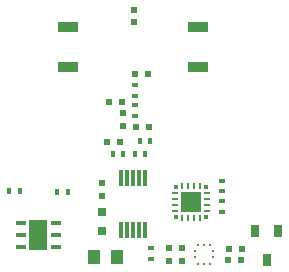
<source format=gtp>
G04 #@! TF.FileFunction,Paste,Top*
%FSLAX46Y46*%
G04 Gerber Fmt 4.6, Leading zero omitted, Abs format (unit mm)*
G04 Created by KiCad (PCBNEW 4.0.6-e0-6349~52~ubuntu16.10.1) date Thu Nov 30 13:26:54 2017*
%MOMM*%
%LPD*%
G01*
G04 APERTURE LIST*
%ADD10C,0.100000*%
%ADD11R,1.700000X0.900000*%
%ADD12R,0.600000X0.500000*%
%ADD13R,0.500000X0.600000*%
%ADD14R,0.800000X0.800000*%
%ADD15R,0.400000X0.600000*%
%ADD16R,1.000000X1.250000*%
%ADD17R,0.600000X0.400000*%
%ADD18R,0.275000X0.250000*%
%ADD19R,0.250000X0.275000*%
%ADD20R,0.300000X0.300000*%
%ADD21R,0.250000X0.550000*%
%ADD22R,0.550000X0.250000*%
%ADD23R,1.700000X1.700000*%
%ADD24R,0.300000X1.400000*%
%ADD25R,1.600000X2.500000*%
%ADD26R,0.850000X0.450000*%
%ADD27R,0.800000X1.000000*%
G04 APERTURE END LIST*
D10*
D11*
X170500000Y-132700000D03*
X170500000Y-129300000D03*
D12*
X169100500Y-148018500D03*
X168000500Y-148018500D03*
X168000500Y-149098000D03*
X169100500Y-149098000D03*
X174137500Y-149034500D03*
X173037500Y-149034500D03*
X174159000Y-148082000D03*
X173059000Y-148082000D03*
D13*
X162306000Y-143573500D03*
X162306000Y-142473500D03*
X165064440Y-128889760D03*
X165064440Y-127789760D03*
D14*
X162306000Y-144907200D03*
X162306000Y-146507200D03*
D15*
X155384500Y-143192500D03*
X154484500Y-143192500D03*
X159448500Y-143256000D03*
X158548500Y-143256000D03*
D16*
X163623500Y-148780500D03*
X161623500Y-148780500D03*
D17*
X166497000Y-148913000D03*
X166497000Y-148013000D03*
X172466000Y-144007000D03*
X172466000Y-144907000D03*
X172466000Y-143192500D03*
X172466000Y-142292500D03*
D18*
X171768000Y-148776500D03*
X171768000Y-148276500D03*
D19*
X171505500Y-147751500D03*
X171005500Y-147751500D03*
X170505500Y-147751500D03*
D18*
X170243000Y-148276500D03*
X170243000Y-148776500D03*
D19*
X170505500Y-149301500D03*
X171005500Y-149301500D03*
X171505500Y-149301500D03*
D20*
X168585500Y-145363000D03*
D21*
X169100500Y-145448000D03*
X169600500Y-145448000D03*
X170100500Y-145448000D03*
X170600500Y-145448000D03*
D20*
X171115500Y-145363000D03*
D22*
X171200500Y-144348000D03*
X171200500Y-144848000D03*
X171200500Y-143848000D03*
X171200500Y-143348000D03*
D20*
X168585500Y-142833000D03*
D21*
X170600500Y-142748000D03*
X170100500Y-142748000D03*
X169600500Y-142748000D03*
X169100500Y-142748000D03*
D20*
X171115500Y-142833000D03*
D22*
X168500500Y-143348000D03*
X168500500Y-143848000D03*
X168500500Y-144348000D03*
X168500500Y-144848000D03*
D23*
X169850500Y-144098000D03*
D24*
X165973000Y-142094500D03*
X165473000Y-142094500D03*
X164973000Y-142094500D03*
X164473000Y-142094500D03*
X163973000Y-142094500D03*
X163973000Y-146494500D03*
X164473000Y-146494500D03*
X164973000Y-146494500D03*
X165473000Y-146494500D03*
X165973000Y-146494500D03*
D25*
X156948000Y-146859500D03*
D26*
X155448000Y-145859500D03*
X155448000Y-146859500D03*
X155448000Y-147859500D03*
X158448000Y-147859500D03*
X158448000Y-146859500D03*
X158448000Y-145859500D03*
D27*
X176276000Y-148964500D03*
X177226000Y-146564500D03*
X175326000Y-146564500D03*
D12*
X165098640Y-133271260D03*
X166198640Y-133271260D03*
X164065040Y-135620760D03*
X162965040Y-135620760D03*
X166278560Y-137728960D03*
X165178560Y-137728960D03*
D13*
X164073840Y-136594760D03*
X164073840Y-137694760D03*
D12*
X163836440Y-138993880D03*
X162736440Y-138993880D03*
D17*
X165115240Y-135072960D03*
X165115240Y-134172960D03*
X165115240Y-136807360D03*
X165115240Y-135907360D03*
D15*
X165997040Y-139989560D03*
X165097040Y-139989560D03*
X164145800Y-139984480D03*
X163245800Y-139984480D03*
X166433920Y-138943080D03*
X165533920Y-138943080D03*
D11*
X159486600Y-132700000D03*
X159486600Y-129300000D03*
M02*

</source>
